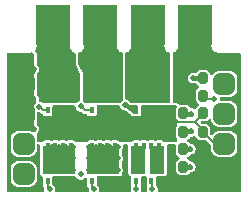
<source format=gbr>
%TF.GenerationSoftware,KiCad,Pcbnew,7.0.2-6a45011f42~172~ubuntu22.04.1*%
%TF.CreationDate,2023-05-29T23:07:21+12:00*%
%TF.ProjectId,THE_BRAWN-20A_POWER,5448455f-4252-4415-974e-2d3230415f50,v2.0*%
%TF.SameCoordinates,Original*%
%TF.FileFunction,Copper,L4,Bot*%
%TF.FilePolarity,Positive*%
%FSLAX46Y46*%
G04 Gerber Fmt 4.6, Leading zero omitted, Abs format (unit mm)*
G04 Created by KiCad (PCBNEW 7.0.2-6a45011f42~172~ubuntu22.04.1) date 2023-05-29 23:07:21*
%MOMM*%
%LPD*%
G01*
G04 APERTURE LIST*
G04 Aperture macros list*
%AMRoundRect*
0 Rectangle with rounded corners*
0 $1 Rounding radius*
0 $2 $3 $4 $5 $6 $7 $8 $9 X,Y pos of 4 corners*
0 Add a 4 corners polygon primitive as box body*
4,1,4,$2,$3,$4,$5,$6,$7,$8,$9,$2,$3,0*
0 Add four circle primitives for the rounded corners*
1,1,$1+$1,$2,$3*
1,1,$1+$1,$4,$5*
1,1,$1+$1,$6,$7*
1,1,$1+$1,$8,$9*
0 Add four rect primitives between the rounded corners*
20,1,$1+$1,$2,$3,$4,$5,0*
20,1,$1+$1,$4,$5,$6,$7,0*
20,1,$1+$1,$6,$7,$8,$9,0*
20,1,$1+$1,$8,$9,$2,$3,0*%
G04 Aperture macros list end*
%TA.AperFunction,ComponentPad*%
%ADD10RoundRect,0.450000X-0.450000X-0.450000X0.450000X-0.450000X0.450000X0.450000X-0.450000X0.450000X0*%
%TD*%
%TA.AperFunction,ComponentPad*%
%ADD11C,2.000000*%
%TD*%
%TA.AperFunction,ConnectorPad*%
%ADD12R,3.000000X3.500000*%
%TD*%
%TA.AperFunction,SMDPad,CuDef*%
%ADD13RoundRect,0.200000X0.200000X0.275000X-0.200000X0.275000X-0.200000X-0.275000X0.200000X-0.275000X0*%
%TD*%
%TA.AperFunction,SMDPad,CuDef*%
%ADD14RoundRect,0.200000X-0.200000X-0.275000X0.200000X-0.275000X0.200000X0.275000X-0.200000X0.275000X0*%
%TD*%
%TA.AperFunction,SMDPad,CuDef*%
%ADD15R,0.400000X0.600000*%
%TD*%
%TA.AperFunction,SMDPad,CuDef*%
%ADD16R,2.800000X2.350000*%
%TD*%
%TA.AperFunction,SMDPad,CuDef*%
%ADD17RoundRect,0.225000X-0.225000X-0.250000X0.225000X-0.250000X0.225000X0.250000X-0.225000X0.250000X0*%
%TD*%
%TA.AperFunction,SMDPad,CuDef*%
%ADD18R,1.300000X2.350000*%
%TD*%
%TA.AperFunction,ViaPad*%
%ADD19C,0.500000*%
%TD*%
%TA.AperFunction,Conductor*%
%ADD20C,0.200000*%
%TD*%
%TA.AperFunction,Conductor*%
%ADD21C,0.400000*%
%TD*%
G04 APERTURE END LIST*
D10*
%TO.P,J2,1,1*%
%TO.N,GND*%
X137000000Y-155500000D03*
%TO.P,J2,2,2*%
X137000000Y-158040000D03*
%TO.P,J2,3,3*%
%TO.N,/A_FET_N2*%
X137000000Y-160580000D03*
%TO.P,J2,4,4*%
%TO.N,/A_FET_N1*%
X137000000Y-163120000D03*
%TD*%
D11*
%TO.P,H4,1,1*%
%TO.N,/A_MOTOR-*%
X143500000Y-150500000D03*
D12*
X143500000Y-150500000D03*
%TD*%
D11*
%TO.P,H3,1,1*%
%TO.N,/A_MOTOR+*%
X139500000Y-150500000D03*
D12*
X139500000Y-150500000D03*
%TD*%
D11*
%TO.P,H2,1,1*%
%TO.N,GND*%
X151500000Y-150500000D03*
D12*
X151500000Y-150500000D03*
%TD*%
D10*
%TO.P,J1,1,1*%
%TO.N,/A_FET_N1_HS*%
X154000000Y-155500000D03*
%TO.P,J1,2,2*%
%TO.N,/A_FET_N2_HS*%
X154000000Y-158040000D03*
%TO.P,J1,3,3*%
%TO.N,VCC*%
X154000000Y-160580000D03*
%TO.P,J1,4,4*%
%TO.N,GND*%
X154000000Y-163120000D03*
%TD*%
D11*
%TO.P,H1,1,1*%
%TO.N,Net-(Q1-D)*%
X147500000Y-150500000D03*
D12*
X147500000Y-150500000D03*
%TD*%
D13*
%TO.P,R7,1*%
%TO.N,/A_FET_N1_HS*%
X152175000Y-155000000D03*
%TO.P,R7,2*%
%TO.N,GND*%
X150525000Y-155000000D03*
%TD*%
D14*
%TO.P,R12,1*%
%TO.N,/A_FET_N2*%
X150525000Y-162500000D03*
%TO.P,R12,2*%
%TO.N,GND*%
X152175000Y-162500000D03*
%TD*%
D13*
%TO.P,R5,1*%
%TO.N,VCC*%
X152175000Y-159550000D03*
%TO.P,R5,2*%
%TO.N,/A_FET_P1*%
X150525000Y-159550000D03*
%TD*%
%TO.P,R9,1*%
%TO.N,/A_FET_N2_HS*%
X152175000Y-156475000D03*
%TO.P,R9,2*%
%TO.N,GND*%
X150525000Y-156475000D03*
%TD*%
D14*
%TO.P,R6,1*%
%TO.N,/A_FET_N1*%
X150525000Y-161025000D03*
%TO.P,R6,2*%
%TO.N,GND*%
X152175000Y-161025000D03*
%TD*%
D15*
%TO.P,Q10,1,G*%
%TO.N,/A_FET_P2*%
X142775000Y-157725000D03*
%TO.P,Q10,2,S*%
%TO.N,VCC*%
X143425000Y-157725000D03*
X144075000Y-157725000D03*
X144725000Y-157725000D03*
D16*
%TO.P,Q10,3,D*%
%TO.N,/A_MOTOR-*%
X143750000Y-155900000D03*
D15*
X142775000Y-154775000D03*
X143425000Y-154775000D03*
X144075000Y-154775000D03*
X144725000Y-154775000D03*
%TD*%
%TO.P,Q8,1,G*%
%TO.N,/A_FET_P1*%
X139025000Y-157725000D03*
%TO.P,Q8,2,S*%
%TO.N,VCC*%
X139675000Y-157725000D03*
X140325000Y-157725000D03*
X140975000Y-157725000D03*
D16*
%TO.P,Q8,3,D*%
%TO.N,/A_MOTOR+*%
X140000000Y-155900000D03*
D15*
X139025000Y-154775000D03*
X139675000Y-154775000D03*
X140325000Y-154775000D03*
X140975000Y-154775000D03*
%TD*%
D13*
%TO.P,R11,1*%
%TO.N,VCC*%
X152175000Y-157950000D03*
%TO.P,R11,2*%
%TO.N,/A_FET_P2*%
X150525000Y-157950000D03*
%TD*%
D17*
%TO.P,C11,1*%
%TO.N,Net-(Q1-D)*%
X148725000Y-153500000D03*
%TO.P,C11,2*%
%TO.N,GND*%
X150275000Y-153500000D03*
%TD*%
D15*
%TO.P,Q9,1,G*%
%TO.N,/A_FET_N1*%
X139025000Y-163725000D03*
%TO.P,Q9,2,S*%
%TO.N,GND*%
X139675000Y-163725000D03*
X140325000Y-163725000D03*
X140975000Y-163725000D03*
D16*
%TO.P,Q9,3,D*%
%TO.N,/A_MOTOR+*%
X140000000Y-161900000D03*
D15*
X139025000Y-160775000D03*
X139675000Y-160775000D03*
X140325000Y-160775000D03*
X140975000Y-160775000D03*
%TD*%
%TO.P,Q1,1,G*%
%TO.N,GND*%
X146525000Y-157725000D03*
%TO.P,Q1,2,S*%
%TO.N,VCC*%
X147175000Y-157725000D03*
X147825000Y-157725000D03*
X148475000Y-157725000D03*
D16*
%TO.P,Q1,3,D*%
%TO.N,Net-(Q1-D)*%
X147500000Y-155900000D03*
D15*
X146525000Y-154775000D03*
X147175000Y-154775000D03*
X147825000Y-154775000D03*
X148475000Y-154775000D03*
%TD*%
%TO.P,Q11,1,G*%
%TO.N,/A_FET_N2*%
X142775000Y-163725000D03*
%TO.P,Q11,2,S*%
%TO.N,GND*%
X143425000Y-163725000D03*
X144075000Y-163725000D03*
X144725000Y-163725000D03*
D16*
%TO.P,Q11,3,D*%
%TO.N,/A_MOTOR-*%
X143750000Y-161900000D03*
D15*
X142775000Y-160775000D03*
X143425000Y-160775000D03*
X144075000Y-160775000D03*
X144725000Y-160775000D03*
%TD*%
D17*
%TO.P,C13,1*%
%TO.N,/A_MOTOR+*%
X140725000Y-153500000D03*
%TO.P,C13,2*%
%TO.N,/A_MOTOR-*%
X142275000Y-153500000D03*
%TD*%
D15*
%TO.P,Q4,1,G*%
%TO.N,/A_FET_N1_HS*%
X146525000Y-163725000D03*
%TO.P,Q4,2,S*%
%TO.N,GND*%
X147175000Y-163725000D03*
D18*
%TO.P,Q4,3,D*%
%TO.N,/A_FET_P1*%
X146725000Y-161900000D03*
D15*
X146525000Y-160775000D03*
X147175000Y-160775000D03*
%TO.P,Q4,4,G*%
%TO.N,/A_FET_N2_HS*%
X147825000Y-163725000D03*
%TO.P,Q4,5,S*%
%TO.N,GND*%
X148475000Y-163725000D03*
D18*
%TO.P,Q4,6,D*%
%TO.N,/A_FET_P2*%
X148275000Y-161900000D03*
D15*
X147825000Y-160775000D03*
X148475000Y-160775000D03*
%TD*%
D19*
%TO.N,/A_MOTOR+*%
X141200000Y-162800000D03*
X140300000Y-155300000D03*
X140600000Y-156800000D03*
X140600000Y-150500000D03*
X139400000Y-160800000D03*
X140300000Y-162300000D03*
X140000000Y-151850000D03*
X140000000Y-156800000D03*
X139400000Y-155800000D03*
X139100000Y-162300000D03*
X140600000Y-149150000D03*
X140000000Y-149150000D03*
X141200000Y-156800000D03*
X141200000Y-161800000D03*
X140000000Y-162800000D03*
X140600000Y-160800000D03*
X139400000Y-162800000D03*
X139700000Y-161300000D03*
X140600000Y-151850000D03*
X140000000Y-153500000D03*
X140000000Y-160800000D03*
X140600000Y-151250000D03*
X139700000Y-162300000D03*
X138800000Y-156800000D03*
X138400000Y-149150000D03*
X140000000Y-161800000D03*
X139000000Y-151850000D03*
X138400000Y-149750000D03*
X139400000Y-161800000D03*
X139000000Y-149150000D03*
X140600000Y-154800000D03*
X140300000Y-156300000D03*
X141200000Y-154800000D03*
X140000000Y-155800000D03*
X138400000Y-150500000D03*
X141200000Y-155800000D03*
X139100000Y-161300000D03*
X139700000Y-155300000D03*
X139100000Y-155300000D03*
X140600000Y-161800000D03*
X139400000Y-154800000D03*
X138400000Y-151250000D03*
X140300000Y-161300000D03*
X139700000Y-156300000D03*
X138400000Y-151850000D03*
X138800000Y-154800000D03*
X140600000Y-162800000D03*
X139100000Y-156300000D03*
X140900000Y-161300000D03*
X140600000Y-149750000D03*
X140600000Y-155800000D03*
X141200000Y-160800000D03*
X140900000Y-162300000D03*
X140900000Y-155300000D03*
X140000000Y-154800000D03*
X139400000Y-156800000D03*
X138800000Y-155800000D03*
X140900000Y-156300000D03*
%TO.N,/A_MOTOR-*%
X144950000Y-161800000D03*
X142400000Y-151850000D03*
X143150000Y-155800000D03*
X142400000Y-150500000D03*
X144650000Y-161300000D03*
X144350000Y-161800000D03*
X142400000Y-149750000D03*
X144350000Y-156800000D03*
X144600000Y-149750000D03*
X144950000Y-160800000D03*
X144050000Y-161300000D03*
X143000000Y-149150000D03*
X143150000Y-162800000D03*
X143150000Y-156800000D03*
X142850000Y-161300000D03*
X144050000Y-155300000D03*
X142550000Y-156800000D03*
X142400000Y-149150000D03*
X143750000Y-162800000D03*
X144000000Y-149150000D03*
X142400000Y-151250000D03*
X142550000Y-154800000D03*
X144350000Y-162800000D03*
X142550000Y-162800000D03*
X143450000Y-156300000D03*
X143750000Y-154800000D03*
X143450000Y-162300000D03*
X144050000Y-162300000D03*
X144350000Y-160800000D03*
X144000000Y-151850000D03*
X144950000Y-154800000D03*
X142850000Y-156300000D03*
X143150000Y-160800000D03*
X144650000Y-156300000D03*
X144650000Y-162300000D03*
X143000000Y-151850000D03*
X143450000Y-161300000D03*
X142550000Y-161800000D03*
X142550000Y-160800000D03*
X143750000Y-155800000D03*
X143450000Y-155300000D03*
X144950000Y-155800000D03*
X144350000Y-155800000D03*
X144950000Y-162800000D03*
X143000000Y-153500000D03*
X142850000Y-162300000D03*
X143150000Y-161800000D03*
X143750000Y-161800000D03*
X144600000Y-150500000D03*
X144600000Y-151250000D03*
X144050000Y-156300000D03*
X144650000Y-155300000D03*
X144600000Y-151850000D03*
X144950000Y-156800000D03*
X143750000Y-160800000D03*
X143750000Y-156800000D03*
X142550000Y-155800000D03*
X142850000Y-155300000D03*
X143150000Y-154800000D03*
X144600000Y-149150000D03*
X144350000Y-154800000D03*
%TO.N,VCC*%
X149475000Y-157700000D03*
%TO.N,GND*%
X137820230Y-161849775D03*
X152600000Y-150500000D03*
X135950000Y-153200000D03*
X154900000Y-159300000D03*
X136100000Y-161850000D03*
X152700000Y-164400000D03*
X151000000Y-151850000D03*
X145150000Y-164400000D03*
X152000000Y-149150000D03*
X136125000Y-159300000D03*
X153150000Y-161850000D03*
X152000000Y-164400000D03*
X141400000Y-164400000D03*
X150400000Y-149750000D03*
X138300000Y-164400000D03*
X150400000Y-149150000D03*
X152600000Y-149750000D03*
X139900000Y-164400000D03*
X152000000Y-151850000D03*
X140650000Y-164400000D03*
X142250000Y-164400000D03*
X154900000Y-161850000D03*
X145800000Y-164400000D03*
X155000000Y-153200000D03*
X155050000Y-164300000D03*
X154900000Y-156775000D03*
X152600000Y-151250000D03*
X137850000Y-154250000D03*
X149900000Y-164400000D03*
X148599503Y-164400000D03*
X153100000Y-154250000D03*
X150400000Y-151850000D03*
X150400000Y-150500000D03*
X152600000Y-149150000D03*
X136075000Y-156775000D03*
X151000000Y-149150000D03*
X137850000Y-159300000D03*
X151000000Y-153500000D03*
X150600000Y-164400000D03*
X152600000Y-151850000D03*
X147200498Y-164400000D03*
X153150000Y-159300000D03*
X145625000Y-157285000D03*
X150400000Y-151250000D03*
X151300000Y-164400000D03*
X149250000Y-164400000D03*
X136075000Y-154250000D03*
X143825000Y-164400000D03*
X135950000Y-164300000D03*
X144500000Y-164400000D03*
X154900000Y-154250000D03*
X137825000Y-156775000D03*
%TO.N,/A_FET_P1*%
X138336801Y-157439387D03*
X146725000Y-161700000D03*
X151200000Y-159500000D03*
%TO.N,/A_FET_N1*%
X151100000Y-161000000D03*
X139200000Y-164400000D03*
%TO.N,/A_FET_N1_HS*%
X151374500Y-155000000D03*
X146500000Y-164400000D03*
%TO.N,/A_FET_N2_HS*%
X147900001Y-164400000D03*
X153147731Y-156754538D03*
%TO.N,/A_FET_P2*%
X151200000Y-158000000D03*
X148275000Y-161700000D03*
X141850000Y-157400000D03*
%TO.N,/A_FET_N2*%
X141842774Y-163152480D03*
X142950000Y-164400000D03*
X151100000Y-162500000D03*
%TO.N,Net-(Q1-D)*%
X147850000Y-156300000D03*
X148750000Y-154800000D03*
X146950000Y-154800000D03*
X146350000Y-155800000D03*
X147950000Y-151850000D03*
X148450000Y-156300000D03*
X146650000Y-155300000D03*
X148550000Y-150500000D03*
X148550000Y-151850000D03*
X146950000Y-156800000D03*
X146350000Y-151250000D03*
X146950000Y-149150000D03*
X147550000Y-156800000D03*
X148550000Y-149750000D03*
X148150000Y-156800000D03*
X146350000Y-149150000D03*
X146350000Y-151850000D03*
X148450000Y-155300000D03*
X146350000Y-149750000D03*
X146950000Y-151850000D03*
X146350000Y-154800000D03*
X148750000Y-155800000D03*
X148150000Y-154800000D03*
X146350000Y-150500000D03*
X146650000Y-156300000D03*
X147250000Y-156300000D03*
X147850000Y-155300000D03*
X147250000Y-155300000D03*
X147550000Y-155800000D03*
X148750000Y-156800000D03*
X148550000Y-151250000D03*
X147950000Y-149150000D03*
X148150000Y-155800000D03*
X148550000Y-149150000D03*
X147550000Y-154800000D03*
X146350000Y-156800000D03*
X148000000Y-153500000D03*
X146950000Y-155800000D03*
%TD*%
D20*
%TO.N,/A_MOTOR+*%
X140000000Y-153500000D02*
X140500000Y-153500000D01*
%TO.N,/A_MOTOR-*%
X143000000Y-153500000D02*
X142500000Y-153500000D01*
%TO.N,VCC*%
X151500000Y-158750000D02*
X152175000Y-159425000D01*
X150092893Y-158750000D02*
X151500000Y-158750000D01*
X152175000Y-159377182D02*
X152175000Y-159500000D01*
X152175000Y-159550000D02*
X153205000Y-160580000D01*
X151500000Y-158750000D02*
X152175000Y-158075000D01*
X153205000Y-160580000D02*
X154000000Y-160580000D01*
X149475000Y-157700000D02*
X149475000Y-158132107D01*
X152175000Y-159425000D02*
X152175000Y-159550000D01*
D21*
X152175000Y-158025000D02*
X152175000Y-158000000D01*
D20*
X149475000Y-158132107D02*
X150092893Y-158750000D01*
X152175000Y-158075000D02*
X152175000Y-157950000D01*
%TO.N,GND*%
X151000000Y-153500000D02*
X150500000Y-153500000D01*
X147270000Y-164407500D02*
X147270000Y-163532500D01*
X145625000Y-157285000D02*
X146070000Y-157730000D01*
X146070000Y-157730000D02*
X146520000Y-157730000D01*
X147299500Y-164400500D02*
X147325000Y-164375000D01*
X147200498Y-164400500D02*
X147299500Y-164400500D01*
%TO.N,/A_FET_P1*%
X138627414Y-157730000D02*
X139010000Y-157730000D01*
X138336801Y-157439387D02*
X138627414Y-157730000D01*
D21*
X151200000Y-159500000D02*
X150700000Y-159500000D01*
D20*
X139025000Y-157725000D02*
X139000000Y-157750000D01*
D21*
%TO.N,/A_FET_N1*%
X151100000Y-161000000D02*
X150600000Y-161000000D01*
D20*
X139200000Y-164400000D02*
X139025000Y-164225000D01*
X139025000Y-164225000D02*
X139025000Y-163725000D01*
D21*
%TO.N,/A_FET_N1_HS*%
X151474500Y-155000000D02*
X151900000Y-155000000D01*
D20*
X146620000Y-164407500D02*
X146500000Y-164287500D01*
X146500000Y-164287500D02*
X146500000Y-163652500D01*
D21*
X151900000Y-155000000D02*
X152000000Y-155100000D01*
D20*
X146500000Y-163652500D02*
X146620000Y-163532500D01*
%TO.N,/A_FET_N2_HS*%
X147920000Y-164407500D02*
X147850000Y-164337500D01*
X147850000Y-163602500D02*
X147920000Y-163532500D01*
X147850000Y-164337500D02*
X147850000Y-163602500D01*
X152329538Y-156754538D02*
X152175000Y-156600000D01*
X153147731Y-156754538D02*
X152329538Y-156754538D01*
D21*
%TO.N,/A_FET_P2*%
X151200000Y-158000000D02*
X150700000Y-158000000D01*
D20*
X141850000Y-157400000D02*
X142175000Y-157725000D01*
X142175000Y-157725000D02*
X142775000Y-157725000D01*
D21*
%TO.N,/A_FET_N2*%
X151100000Y-162500000D02*
X150600000Y-162500000D01*
D20*
X142950000Y-164400500D02*
X142775000Y-164225500D01*
X142775000Y-164225500D02*
X142775000Y-163725000D01*
%TO.N,Net-(Q1-D)*%
X148000000Y-153500000D02*
X148500000Y-153500000D01*
%TD*%
%TA.AperFunction,Conductor*%
%TO.N,GND*%
G36*
X137740020Y-152831350D02*
G01*
X137796378Y-152872649D01*
X137797934Y-152875043D01*
X137838166Y-152928786D01*
X137838167Y-152928787D01*
X137838168Y-152928788D01*
X137858181Y-152948801D01*
X137891666Y-153010122D01*
X137894500Y-153036482D01*
X137894500Y-153807444D01*
X137894852Y-153810722D01*
X137894853Y-153810734D01*
X137898839Y-153847815D01*
X137898840Y-153847824D01*
X137899195Y-153851122D01*
X137899901Y-153854370D01*
X137899902Y-153854373D01*
X137910398Y-153902627D01*
X137910765Y-153904172D01*
X137912871Y-153912775D01*
X137955889Y-153993514D01*
X137965608Y-154004731D01*
X137980708Y-154026719D01*
X138046553Y-154102710D01*
X138065631Y-154132396D01*
X138080087Y-154164050D01*
X138090031Y-154197915D01*
X138094982Y-154232354D01*
X138094982Y-154267644D01*
X138090031Y-154302083D01*
X138080087Y-154335951D01*
X138065633Y-154367600D01*
X138046553Y-154397288D01*
X137981065Y-154472868D01*
X137984015Y-154469267D01*
X137975515Y-154479048D01*
X137974890Y-154479689D01*
X137974379Y-154480201D01*
X137973835Y-154480773D01*
X137973335Y-154481287D01*
X137967167Y-154487781D01*
X137922509Y-154567618D01*
X137902826Y-154634653D01*
X137902825Y-154634657D01*
X137894500Y-154692555D01*
X137894500Y-154973078D01*
X137894552Y-154975777D01*
X137894457Y-154976944D01*
X137894905Y-154988373D01*
X137895000Y-154993225D01*
X137895000Y-156007251D01*
X137894918Y-156011275D01*
X137894870Y-156012527D01*
X137894885Y-156012611D01*
X137894454Y-156023248D01*
X137894548Y-156024463D01*
X137894500Y-156026922D01*
X137894500Y-156351865D01*
X137894500Y-156358192D01*
X137894559Y-156360402D01*
X137895024Y-156372842D01*
X137895162Y-156375043D01*
X137896274Y-156390442D01*
X137914331Y-156461195D01*
X137943354Y-156524749D01*
X137974979Y-156573960D01*
X138021552Y-156627709D01*
X138040631Y-156657396D01*
X138055087Y-156689050D01*
X138065031Y-156722915D01*
X138069982Y-156757355D01*
X138069983Y-156792642D01*
X138066338Y-156817999D01*
X138066338Y-156876487D01*
X138076013Y-156943774D01*
X138076017Y-156943800D01*
X138076283Y-156945646D01*
X138076661Y-156947477D01*
X138076666Y-156947501D01*
X138081975Y-156973161D01*
X138076279Y-157042798D01*
X138047971Y-157079818D01*
X138050427Y-157081946D01*
X137953919Y-157193322D01*
X137900103Y-157311160D01*
X137882060Y-157436658D01*
X137881668Y-157439387D01*
X137883272Y-157450545D01*
X137900103Y-157567613D01*
X137961325Y-157701667D01*
X137957579Y-157703377D01*
X137973373Y-157737951D01*
X137963436Y-157807110D01*
X137958857Y-157816143D01*
X137923011Y-157880226D01*
X137923010Y-157880228D01*
X137923010Y-157880229D01*
X137903325Y-157947267D01*
X137895000Y-158005165D01*
X137895000Y-158005168D01*
X137895000Y-158547251D01*
X137894918Y-158551275D01*
X137894870Y-158552527D01*
X137894885Y-158552611D01*
X137894454Y-158563248D01*
X137894548Y-158564463D01*
X137894500Y-158566922D01*
X137894500Y-158857444D01*
X137894852Y-158860722D01*
X137894853Y-158860734D01*
X137898839Y-158897815D01*
X137898840Y-158897824D01*
X137899195Y-158901122D01*
X137899901Y-158904370D01*
X137899902Y-158904373D01*
X137910398Y-158952627D01*
X137910765Y-158954172D01*
X137912871Y-158962775D01*
X137955889Y-159043514D01*
X137965608Y-159054731D01*
X137980708Y-159076719D01*
X138046553Y-159152710D01*
X138065631Y-159182396D01*
X138080087Y-159214050D01*
X138090031Y-159247915D01*
X138094982Y-159282354D01*
X138094982Y-159317644D01*
X138090031Y-159352083D01*
X138080087Y-159385951D01*
X138065633Y-159417600D01*
X138046553Y-159447288D01*
X137981065Y-159522868D01*
X137984015Y-159519267D01*
X137975515Y-159529048D01*
X137974890Y-159529689D01*
X137974379Y-159530201D01*
X137973835Y-159530773D01*
X137973335Y-159531287D01*
X137956427Y-159549093D01*
X137955104Y-159547836D01*
X137919440Y-159582775D01*
X137851018Y-159596926D01*
X137798013Y-159580071D01*
X137710398Y-159528256D01*
X137710397Y-159528255D01*
X137710396Y-159528255D01*
X137552572Y-159482402D01*
X137518128Y-159479691D01*
X137518114Y-159479690D01*
X137515694Y-159479500D01*
X136484306Y-159479500D01*
X136481886Y-159479690D01*
X136481871Y-159479691D01*
X136447427Y-159482402D01*
X136289602Y-159528255D01*
X136148134Y-159611919D01*
X136031919Y-159728134D01*
X135948255Y-159869602D01*
X135902402Y-160027427D01*
X135899691Y-160061871D01*
X135899690Y-160061886D01*
X135899500Y-160064306D01*
X135899500Y-161095694D01*
X135899690Y-161098114D01*
X135899691Y-161098128D01*
X135902402Y-161132572D01*
X135948255Y-161290397D01*
X135948256Y-161290398D01*
X136031919Y-161431865D01*
X136148135Y-161548081D01*
X136283354Y-161628049D01*
X136289602Y-161631744D01*
X136447427Y-161677597D01*
X136447431Y-161677598D01*
X136484306Y-161680500D01*
X136486751Y-161680500D01*
X137513249Y-161680500D01*
X137515694Y-161680500D01*
X137552569Y-161677598D01*
X137710398Y-161631744D01*
X137851865Y-161548081D01*
X137968081Y-161431865D01*
X138051744Y-161290398D01*
X138097598Y-161132569D01*
X138100500Y-161095694D01*
X138100500Y-160729508D01*
X138120185Y-160662470D01*
X138172989Y-160616715D01*
X138224505Y-160605510D01*
X138275513Y-160605514D01*
X138342548Y-160625203D01*
X138388298Y-160678010D01*
X138399500Y-160729513D01*
X138399500Y-163094748D01*
X138411132Y-163153230D01*
X138455447Y-163219552D01*
X138474999Y-163232616D01*
X138521769Y-163263867D01*
X138526025Y-163264713D01*
X138587934Y-163297096D01*
X138622510Y-163357811D01*
X138623140Y-163393039D01*
X138624500Y-163393039D01*
X138624500Y-163405251D01*
X138624500Y-163405252D01*
X138624500Y-164044748D01*
X138636133Y-164103231D01*
X138664693Y-164145974D01*
X138694151Y-164190059D01*
X138693278Y-164190642D01*
X138714395Y-164215911D01*
X138722586Y-164242609D01*
X138724201Y-164251247D01*
X138726181Y-164268307D01*
X138727415Y-164294992D01*
X138730214Y-164301332D01*
X138738665Y-164328623D01*
X138744198Y-164358213D01*
X138739552Y-164359081D01*
X138746261Y-164384836D01*
X138745059Y-164398661D01*
X138744866Y-164399997D01*
X138760374Y-164507853D01*
X138750430Y-164577012D01*
X138704675Y-164629816D01*
X138637636Y-164649500D01*
X135724500Y-164649500D01*
X135657461Y-164629815D01*
X135611706Y-164577011D01*
X135600500Y-164525500D01*
X135600500Y-163635694D01*
X135899500Y-163635694D01*
X135899690Y-163638114D01*
X135899691Y-163638128D01*
X135902402Y-163672572D01*
X135948255Y-163830397D01*
X135948256Y-163830398D01*
X136031919Y-163971865D01*
X136148135Y-164088081D01*
X136259492Y-164153937D01*
X136289602Y-164171744D01*
X136447427Y-164217597D01*
X136447431Y-164217598D01*
X136484306Y-164220500D01*
X136486751Y-164220500D01*
X137513249Y-164220500D01*
X137515694Y-164220500D01*
X137552569Y-164217598D01*
X137710398Y-164171744D01*
X137851865Y-164088081D01*
X137968081Y-163971865D01*
X138051744Y-163830398D01*
X138097598Y-163672569D01*
X138100500Y-163635694D01*
X138100500Y-162604306D01*
X138097598Y-162567431D01*
X138051744Y-162409602D01*
X137968081Y-162268135D01*
X137851865Y-162151919D01*
X137763562Y-162099697D01*
X137710397Y-162068255D01*
X137552572Y-162022402D01*
X137518128Y-162019691D01*
X137518114Y-162019690D01*
X137515694Y-162019500D01*
X136484306Y-162019500D01*
X136481886Y-162019690D01*
X136481871Y-162019691D01*
X136447427Y-162022402D01*
X136289602Y-162068255D01*
X136148134Y-162151919D01*
X136031919Y-162268134D01*
X135948255Y-162409602D01*
X135902402Y-162567427D01*
X135899691Y-162601871D01*
X135899690Y-162601886D01*
X135899500Y-162604306D01*
X135899500Y-163635694D01*
X135600500Y-163635694D01*
X135600500Y-152974500D01*
X135620185Y-152907461D01*
X135672989Y-152861706D01*
X135724500Y-152850500D01*
X137567659Y-152850500D01*
X137567660Y-152850500D01*
X137670284Y-152827077D01*
X137740020Y-152831350D01*
G37*
%TD.AperFunction*%
%TA.AperFunction,Conductor*%
G36*
X141391049Y-163295185D02*
G01*
X141436804Y-163347988D01*
X141459892Y-163398544D01*
X141544724Y-163496446D01*
X141544725Y-163496447D01*
X141573414Y-163514884D01*
X141653705Y-163566485D01*
X141778001Y-163602980D01*
X141778002Y-163602980D01*
X141907547Y-163602980D01*
X142031842Y-163566485D01*
X142070601Y-163541576D01*
X142140823Y-163496447D01*
X142156786Y-163478023D01*
X142215564Y-163440248D01*
X142285433Y-163440247D01*
X142344212Y-163478021D01*
X142373238Y-163541576D01*
X142374500Y-163559225D01*
X142374500Y-164044748D01*
X142386132Y-164103230D01*
X142444151Y-164190060D01*
X142443249Y-164190662D01*
X142464286Y-164215833D01*
X142472482Y-164242548D01*
X142474203Y-164251757D01*
X142476181Y-164268807D01*
X142477415Y-164295493D01*
X142480213Y-164301830D01*
X142488667Y-164329129D01*
X142494165Y-164358540D01*
X142495015Y-164398964D01*
X142494866Y-164399996D01*
X142510374Y-164507853D01*
X142500430Y-164577011D01*
X142454675Y-164629815D01*
X142387636Y-164649500D01*
X139762364Y-164649500D01*
X139695325Y-164629815D01*
X139649570Y-164577011D01*
X139639626Y-164507853D01*
X139655133Y-164400000D01*
X139636697Y-164271774D01*
X139631417Y-164260213D01*
X139582881Y-164153935D01*
X139498049Y-164056033D01*
X139482458Y-164046013D01*
X139436705Y-163993208D01*
X139425500Y-163941699D01*
X139425500Y-163399500D01*
X139445185Y-163332461D01*
X139497989Y-163286706D01*
X139549500Y-163275500D01*
X141324010Y-163275500D01*
X141391049Y-163295185D01*
G37*
%TD.AperFunction*%
%TA.AperFunction,Conductor*%
G36*
X145750511Y-160606142D02*
G01*
X145817549Y-160625832D01*
X145863299Y-160678640D01*
X145874500Y-160730142D01*
X145874500Y-163094748D01*
X145886132Y-163153230D01*
X145930447Y-163219552D01*
X145949999Y-163232616D01*
X145996769Y-163263867D01*
X146006607Y-163265824D01*
X146025073Y-163269497D01*
X146086984Y-163301882D01*
X146121558Y-163362597D01*
X146122108Y-163393039D01*
X146124500Y-163393039D01*
X146124500Y-164044748D01*
X146129577Y-164070274D01*
X146123348Y-164139865D01*
X146120753Y-164145974D01*
X146063303Y-164271771D01*
X146044867Y-164399999D01*
X146060374Y-164507853D01*
X146050430Y-164577012D01*
X146004675Y-164629816D01*
X145937636Y-164649500D01*
X143512364Y-164649500D01*
X143445325Y-164629815D01*
X143399570Y-164577011D01*
X143389626Y-164507853D01*
X143405133Y-164400000D01*
X143386697Y-164271774D01*
X143381417Y-164260213D01*
X143332881Y-164153935D01*
X143248049Y-164056033D01*
X143232458Y-164046013D01*
X143186705Y-163993208D01*
X143175500Y-163941699D01*
X143175500Y-163399500D01*
X143195185Y-163332461D01*
X143247989Y-163286706D01*
X143299500Y-163275500D01*
X145169749Y-163275500D01*
X145199927Y-163269497D01*
X145228231Y-163263867D01*
X145294552Y-163219552D01*
X145338867Y-163153231D01*
X145350500Y-163094748D01*
X145350500Y-163034459D01*
X145361705Y-162982949D01*
X145386697Y-162928226D01*
X145405133Y-162800000D01*
X145386697Y-162671774D01*
X145384492Y-162666946D01*
X145361706Y-162617051D01*
X145350500Y-162565539D01*
X145350500Y-162034459D01*
X145361705Y-161982949D01*
X145386697Y-161928226D01*
X145405133Y-161800000D01*
X145389014Y-161687891D01*
X145386697Y-161671773D01*
X145361706Y-161617051D01*
X145350500Y-161565539D01*
X145350500Y-161034459D01*
X145361705Y-160982949D01*
X145386697Y-160928226D01*
X145405133Y-160800000D01*
X145397623Y-160747767D01*
X145407567Y-160678611D01*
X145453321Y-160625807D01*
X145520358Y-160606122D01*
X145750511Y-160606142D01*
G37*
%TD.AperFunction*%
%TA.AperFunction,Conductor*%
G36*
X147367539Y-163295185D02*
G01*
X147413294Y-163347989D01*
X147424500Y-163399500D01*
X147424500Y-164044748D01*
X147436133Y-164103231D01*
X147459574Y-164138313D01*
X147480452Y-164204991D01*
X147469268Y-164258713D01*
X147463303Y-164271773D01*
X147444868Y-164399999D01*
X147460375Y-164507853D01*
X147450431Y-164577012D01*
X147404676Y-164629816D01*
X147337637Y-164649500D01*
X147062364Y-164649500D01*
X146995325Y-164629815D01*
X146949570Y-164577011D01*
X146939626Y-164507853D01*
X146955133Y-164400000D01*
X146936697Y-164271774D01*
X146931417Y-164260213D01*
X146910434Y-164214266D01*
X146900490Y-164145108D01*
X146910984Y-164117722D01*
X146916881Y-164088081D01*
X146922644Y-164059107D01*
X146925500Y-164044750D01*
X146925500Y-163399500D01*
X146945185Y-163332461D01*
X146997989Y-163286706D01*
X147049500Y-163275500D01*
X147300500Y-163275500D01*
X147367539Y-163295185D01*
G37*
%TD.AperFunction*%
%TA.AperFunction,Conductor*%
G36*
X152842539Y-148870185D02*
G01*
X152888294Y-148922989D01*
X152899500Y-148974500D01*
X152899500Y-152317660D01*
X152929610Y-152449587D01*
X152988324Y-152571505D01*
X152988325Y-152571507D01*
X153072695Y-152677305D01*
X153178493Y-152761675D01*
X153300411Y-152820388D01*
X153300412Y-152820389D01*
X153432339Y-152850500D01*
X153432340Y-152850500D01*
X153484083Y-152850500D01*
X155275500Y-152850500D01*
X155342539Y-152870185D01*
X155388294Y-152922989D01*
X155399500Y-152974500D01*
X155399500Y-164525500D01*
X155379815Y-164592539D01*
X155327011Y-164638294D01*
X155275500Y-164649500D01*
X148462365Y-164649500D01*
X148395326Y-164629815D01*
X148349571Y-164577011D01*
X148339627Y-164507853D01*
X148355134Y-164400000D01*
X148336698Y-164271774D01*
X148331418Y-164260213D01*
X148302977Y-164197936D01*
X148282883Y-164153937D01*
X148255784Y-164122663D01*
X148226762Y-164059107D01*
X148225500Y-164041463D01*
X148225500Y-163399500D01*
X148245185Y-163332461D01*
X148297989Y-163286706D01*
X148349500Y-163275500D01*
X148944749Y-163275500D01*
X148974927Y-163269497D01*
X149003231Y-163263867D01*
X149069552Y-163219552D01*
X149113867Y-163153231D01*
X149125500Y-163094748D01*
X149125500Y-160730435D01*
X149145185Y-160663396D01*
X149197989Y-160617641D01*
X149249507Y-160606435D01*
X149800513Y-160606482D01*
X149867548Y-160626172D01*
X149913299Y-160678980D01*
X149924500Y-160730482D01*
X149924500Y-161331514D01*
X149929686Y-161364260D01*
X149939354Y-161425304D01*
X149939354Y-161425305D01*
X149939355Y-161425306D01*
X149996949Y-161538342D01*
X150086656Y-161628049D01*
X150133691Y-161652015D01*
X150184487Y-161699990D01*
X150201282Y-161767811D01*
X150178744Y-161833946D01*
X150133691Y-161872985D01*
X150086656Y-161896950D01*
X149996950Y-161986656D01*
X149939353Y-162099697D01*
X149924500Y-162193478D01*
X149924500Y-162806514D01*
X149924501Y-162806518D01*
X149939354Y-162900304D01*
X149939354Y-162900305D01*
X149939355Y-162900306D01*
X149996949Y-163013342D01*
X150086656Y-163103049D01*
X150086658Y-163103050D01*
X150199696Y-163160646D01*
X150293481Y-163175500D01*
X150756518Y-163175499D01*
X150850304Y-163160646D01*
X150963342Y-163103050D01*
X151053050Y-163013342D01*
X151053051Y-163013339D01*
X151066936Y-162999455D01*
X151067627Y-163000146D01*
X151098551Y-162967407D01*
X151161057Y-162950500D01*
X151164773Y-162950500D01*
X151289068Y-162914005D01*
X151317758Y-162895566D01*
X151398049Y-162843967D01*
X151482882Y-162746063D01*
X151536697Y-162628226D01*
X151555133Y-162500000D01*
X151536697Y-162371774D01*
X151482882Y-162253937D01*
X151482881Y-162253936D01*
X151482881Y-162253935D01*
X151398049Y-162156033D01*
X151289068Y-162085994D01*
X151164773Y-162049500D01*
X151164772Y-162049500D01*
X151161057Y-162049500D01*
X151094018Y-162029815D01*
X151067250Y-162000230D01*
X151066936Y-162000545D01*
X151053051Y-161986660D01*
X151053050Y-161986658D01*
X150963342Y-161896950D01*
X150963339Y-161896948D01*
X150916307Y-161872983D01*
X150865512Y-161825008D01*
X150848717Y-161757187D01*
X150871255Y-161691053D01*
X150916306Y-161652015D01*
X150963342Y-161628050D01*
X151053050Y-161538342D01*
X151063310Y-161518204D01*
X151111286Y-161467409D01*
X151148222Y-161457417D01*
X151147666Y-161455523D01*
X151289068Y-161414005D01*
X151317758Y-161395566D01*
X151398049Y-161343967D01*
X151482882Y-161246063D01*
X151536697Y-161128226D01*
X151555133Y-161000000D01*
X151536697Y-160871774D01*
X151482882Y-160753937D01*
X151482881Y-160753936D01*
X151482881Y-160753935D01*
X151398049Y-160656033D01*
X151289068Y-160585994D01*
X151164773Y-160549500D01*
X151164772Y-160549500D01*
X151142254Y-160549500D01*
X151075215Y-160529815D01*
X151054572Y-160513181D01*
X151053051Y-160511660D01*
X151053050Y-160511658D01*
X150963342Y-160421950D01*
X150963339Y-160421948D01*
X150916307Y-160397983D01*
X150865512Y-160350008D01*
X150848717Y-160282187D01*
X150871255Y-160216053D01*
X150916306Y-160177015D01*
X150963342Y-160153050D01*
X151053050Y-160063342D01*
X151076049Y-160018205D01*
X151124024Y-159967409D01*
X151186534Y-159950500D01*
X151264773Y-159950500D01*
X151389068Y-159914005D01*
X151410712Y-159900095D01*
X151477751Y-159880409D01*
X151544790Y-159900092D01*
X151588238Y-159948114D01*
X151646950Y-160063343D01*
X151736656Y-160153049D01*
X151736658Y-160153050D01*
X151849696Y-160210646D01*
X151943481Y-160225500D01*
X152374166Y-160225499D01*
X152441205Y-160245183D01*
X152461847Y-160261818D01*
X152863181Y-160663152D01*
X152896666Y-160724475D01*
X152899500Y-160750833D01*
X152899500Y-161095694D01*
X152899690Y-161098114D01*
X152899691Y-161098128D01*
X152902402Y-161132572D01*
X152948255Y-161290397D01*
X152948256Y-161290398D01*
X153031919Y-161431865D01*
X153148135Y-161548081D01*
X153283354Y-161628049D01*
X153289602Y-161631744D01*
X153447427Y-161677597D01*
X153447431Y-161677598D01*
X153484306Y-161680500D01*
X153486751Y-161680500D01*
X154513249Y-161680500D01*
X154515694Y-161680500D01*
X154552569Y-161677598D01*
X154710398Y-161631744D01*
X154851865Y-161548081D01*
X154968081Y-161431865D01*
X155051744Y-161290398D01*
X155097598Y-161132569D01*
X155100500Y-161095694D01*
X155100500Y-160064306D01*
X155097598Y-160027431D01*
X155051744Y-159869602D01*
X154968081Y-159728135D01*
X154851865Y-159611919D01*
X154745632Y-159549093D01*
X154710397Y-159528255D01*
X154552572Y-159482402D01*
X154518128Y-159479691D01*
X154518114Y-159479690D01*
X154515694Y-159479500D01*
X153484306Y-159479500D01*
X153481886Y-159479690D01*
X153481871Y-159479691D01*
X153447427Y-159482402D01*
X153289602Y-159528255D01*
X153148134Y-159611919D01*
X153031917Y-159728136D01*
X153018969Y-159750030D01*
X152967899Y-159797712D01*
X152899157Y-159810214D01*
X152834568Y-159783566D01*
X152824558Y-159774587D01*
X152811818Y-159761847D01*
X152778333Y-159700524D01*
X152775499Y-159674166D01*
X152775499Y-159243485D01*
X152770837Y-159214047D01*
X152760646Y-159149696D01*
X152710103Y-159050500D01*
X152703050Y-159036657D01*
X152613343Y-158946950D01*
X152500302Y-158889353D01*
X152406521Y-158874500D01*
X152406519Y-158874500D01*
X152100833Y-158874500D01*
X152033794Y-158854815D01*
X152013152Y-158838181D01*
X152012652Y-158837681D01*
X151979167Y-158776358D01*
X151984151Y-158706666D01*
X152012652Y-158662319D01*
X152013153Y-158661818D01*
X152074476Y-158628333D01*
X152100834Y-158625499D01*
X152406514Y-158625499D01*
X152406518Y-158625499D01*
X152500304Y-158610646D01*
X152613342Y-158553050D01*
X152688234Y-158478157D01*
X152749555Y-158444674D01*
X152819247Y-158449658D01*
X152875181Y-158491529D01*
X152899532Y-158556109D01*
X152902402Y-158592571D01*
X152948255Y-158750397D01*
X153013508Y-158860734D01*
X153031919Y-158891865D01*
X153148135Y-159008081D01*
X153264196Y-159076719D01*
X153289602Y-159091744D01*
X153447427Y-159137597D01*
X153447431Y-159137598D01*
X153484306Y-159140500D01*
X153486751Y-159140500D01*
X154513249Y-159140500D01*
X154515694Y-159140500D01*
X154552569Y-159137598D01*
X154710398Y-159091744D01*
X154851865Y-159008081D01*
X154968081Y-158891865D01*
X155051744Y-158750398D01*
X155097598Y-158592569D01*
X155100500Y-158555694D01*
X155100500Y-157524306D01*
X155097598Y-157487431D01*
X155086447Y-157449051D01*
X155051744Y-157329602D01*
X155013786Y-157265419D01*
X154968081Y-157188135D01*
X154851865Y-157071919D01*
X154847154Y-157069133D01*
X154710397Y-156988255D01*
X154552572Y-156942402D01*
X154518128Y-156939691D01*
X154518114Y-156939690D01*
X154515694Y-156939500D01*
X154513249Y-156939500D01*
X153719374Y-156939500D01*
X153652335Y-156919815D01*
X153606580Y-156867011D01*
X153596636Y-156797853D01*
X153602864Y-156754538D01*
X153601082Y-156742145D01*
X153611025Y-156672989D01*
X153656780Y-156620185D01*
X153723819Y-156600500D01*
X154513249Y-156600500D01*
X154515694Y-156600500D01*
X154552569Y-156597598D01*
X154710398Y-156551744D01*
X154851865Y-156468081D01*
X154968081Y-156351865D01*
X155051744Y-156210398D01*
X155097598Y-156052569D01*
X155100500Y-156015694D01*
X155100500Y-154984306D01*
X155097598Y-154947431D01*
X155051744Y-154789602D01*
X154968081Y-154648135D01*
X154851865Y-154531919D01*
X154802460Y-154502701D01*
X154710397Y-154448255D01*
X154552572Y-154402402D01*
X154518128Y-154399691D01*
X154518114Y-154399690D01*
X154515694Y-154399500D01*
X153484306Y-154399500D01*
X153481886Y-154399690D01*
X153481871Y-154399691D01*
X153447427Y-154402402D01*
X153289602Y-154448255D01*
X153148134Y-154531919D01*
X153031920Y-154648133D01*
X152999326Y-154703247D01*
X152948256Y-154750930D01*
X152879514Y-154763433D01*
X152814925Y-154736787D01*
X152774995Y-154679451D01*
X152770122Y-154659530D01*
X152760646Y-154599696D01*
X152726112Y-154531919D01*
X152703050Y-154486657D01*
X152613343Y-154396950D01*
X152500302Y-154339353D01*
X152406521Y-154324500D01*
X151943485Y-154324500D01*
X151896588Y-154331927D01*
X151849696Y-154339354D01*
X151849694Y-154339354D01*
X151849693Y-154339355D01*
X151736657Y-154396949D01*
X151646948Y-154486658D01*
X151638774Y-154502701D01*
X151590799Y-154553495D01*
X151522977Y-154570289D01*
X151493357Y-154565380D01*
X151439273Y-154549500D01*
X151439272Y-154549500D01*
X151309728Y-154549500D01*
X151309727Y-154549500D01*
X151185431Y-154585994D01*
X151076450Y-154656033D01*
X150991618Y-154753935D01*
X150937802Y-154871773D01*
X150919367Y-155000000D01*
X150937802Y-155128226D01*
X150991618Y-155246064D01*
X151076450Y-155343966D01*
X151076451Y-155343967D01*
X151105140Y-155362404D01*
X151185431Y-155414005D01*
X151309727Y-155450500D01*
X151309728Y-155450500D01*
X151439270Y-155450500D01*
X151439272Y-155450500D01*
X151493359Y-155434619D01*
X151563225Y-155434619D01*
X151622003Y-155472393D01*
X151638775Y-155497300D01*
X151646949Y-155513342D01*
X151736656Y-155603049D01*
X151783691Y-155627015D01*
X151834487Y-155674990D01*
X151851282Y-155742811D01*
X151828744Y-155808946D01*
X151783691Y-155847985D01*
X151736656Y-155871950D01*
X151646950Y-155961656D01*
X151589353Y-156074697D01*
X151574500Y-156168478D01*
X151574500Y-156781514D01*
X151577088Y-156797853D01*
X151589354Y-156875304D01*
X151589354Y-156875305D01*
X151589355Y-156875306D01*
X151646949Y-156988342D01*
X151736656Y-157078049D01*
X151783691Y-157102015D01*
X151834487Y-157149990D01*
X151851282Y-157217811D01*
X151828744Y-157283946D01*
X151783691Y-157322985D01*
X151736656Y-157346950D01*
X151646950Y-157436656D01*
X151588238Y-157551885D01*
X151540263Y-157602681D01*
X151472442Y-157619476D01*
X151410714Y-157599905D01*
X151389070Y-157585995D01*
X151264773Y-157549500D01*
X151264772Y-157549500D01*
X151186534Y-157549500D01*
X151119495Y-157529815D01*
X151076049Y-157481795D01*
X151053049Y-157436656D01*
X150963343Y-157346950D01*
X150850302Y-157289353D01*
X150756521Y-157274500D01*
X150293481Y-157274500D01*
X150247665Y-157281756D01*
X150178372Y-157272799D01*
X150134558Y-157240485D01*
X150127935Y-157232842D01*
X150086576Y-157185111D01*
X150068985Y-157167157D01*
X149989168Y-157122510D01*
X149989167Y-157122509D01*
X149989166Y-157122509D01*
X149922132Y-157102826D01*
X149922129Y-157102825D01*
X149864231Y-157094500D01*
X149864227Y-157094500D01*
X149729500Y-157094500D01*
X149662461Y-157074815D01*
X149616706Y-157022011D01*
X149605500Y-156970500D01*
X149605500Y-152942005D01*
X149605524Y-152943877D01*
X149623468Y-152876413D01*
X149675082Y-152829320D01*
X149697370Y-152821456D01*
X149699583Y-152820390D01*
X149699588Y-152820389D01*
X149821507Y-152761675D01*
X149927305Y-152677305D01*
X150011675Y-152571507D01*
X150070389Y-152449588D01*
X150100500Y-152317660D01*
X150100500Y-152250000D01*
X150100500Y-152223071D01*
X150100500Y-148974500D01*
X150120185Y-148907461D01*
X150172989Y-148861706D01*
X150224500Y-148850500D01*
X152775500Y-148850500D01*
X152842539Y-148870185D01*
G37*
%TD.AperFunction*%
%TA.AperFunction,Conductor*%
G36*
X145625783Y-157029886D02*
G01*
X145631170Y-157031467D01*
X145631173Y-157031469D01*
X145710717Y-157054823D01*
X145742822Y-157069485D01*
X145758899Y-157079818D01*
X145772093Y-157088297D01*
X145798766Y-157111410D01*
X145847070Y-157167156D01*
X145864250Y-157186983D01*
X145866808Y-157189340D01*
X145866812Y-157189344D01*
X145882345Y-157203656D01*
X145891601Y-157213198D01*
X145890588Y-157212064D01*
X145891858Y-157213442D01*
X145893111Y-157214888D01*
X145910704Y-157232843D01*
X145990521Y-157277490D01*
X146057560Y-157297175D01*
X146115458Y-157305500D01*
X146596000Y-157305500D01*
X146663039Y-157325185D01*
X146708794Y-157377989D01*
X146720000Y-157429500D01*
X146720000Y-157896000D01*
X146700315Y-157963039D01*
X146647511Y-158008794D01*
X146596000Y-158020000D01*
X146393659Y-158020000D01*
X146326620Y-158000315D01*
X146293750Y-157969445D01*
X146285232Y-157957858D01*
X146284403Y-157956730D01*
X146270459Y-157939443D01*
X146212043Y-157889798D01*
X146212044Y-157889798D01*
X146212041Y-157889796D01*
X146151298Y-157855276D01*
X146097034Y-157833980D01*
X146096848Y-157833907D01*
X146096249Y-157833766D01*
X146094475Y-157833455D01*
X146094464Y-157833453D01*
X146074627Y-157829978D01*
X146074605Y-157829974D01*
X146072865Y-157829670D01*
X146071108Y-157829466D01*
X146070091Y-157829318D01*
X146049485Y-157824477D01*
X146048640Y-157824215D01*
X146048261Y-157824091D01*
X146002199Y-157796816D01*
X145998765Y-157793611D01*
X145998633Y-157793487D01*
X145986065Y-157782033D01*
X145976518Y-157773329D01*
X145965626Y-157762051D01*
X145955479Y-157750115D01*
X145955475Y-157750111D01*
X145953860Y-157748211D01*
X145832158Y-157626509D01*
X145830925Y-157625401D01*
X145830914Y-157625391D01*
X145817021Y-157612912D01*
X145815791Y-157611807D01*
X145795149Y-157595173D01*
X145795148Y-157595172D01*
X145795145Y-157595170D01*
X145724106Y-157558010D01*
X145684736Y-157546450D01*
X145657065Y-157538325D01*
X145599167Y-157530000D01*
X145599164Y-157530000D01*
X145590387Y-157528738D01*
X145590557Y-157527549D01*
X145572668Y-157524977D01*
X145539279Y-157515173D01*
X145507172Y-157500510D01*
X145486815Y-157487427D01*
X145477903Y-157481699D01*
X145451234Y-157458590D01*
X145444263Y-157450545D01*
X145428447Y-157432292D01*
X145409367Y-157402603D01*
X145387907Y-157355612D01*
X145381724Y-157339035D01*
X145370791Y-157301800D01*
X145373315Y-157301058D01*
X145362542Y-157251530D01*
X145386960Y-157186067D01*
X145392499Y-157179193D01*
X145459752Y-157101577D01*
X145475651Y-157086235D01*
X145488354Y-157075999D01*
X145503167Y-157061185D01*
X145564488Y-157027699D01*
X145625783Y-157029886D01*
G37*
%TD.AperFunction*%
%TD*%
%TA.AperFunction,Conductor*%
%TO.N,Net-(Q1-D)*%
G36*
X148842539Y-148870185D02*
G01*
X148888294Y-148922989D01*
X148899500Y-148974500D01*
X148899500Y-152317660D01*
X148929610Y-152449587D01*
X148988324Y-152571505D01*
X148988325Y-152571507D01*
X149072695Y-152677305D01*
X149178493Y-152761675D01*
X149300412Y-152820389D01*
X149303590Y-152821114D01*
X149364567Y-152855219D01*
X149397428Y-152916879D01*
X149400000Y-152942005D01*
X149400000Y-156970500D01*
X149380315Y-157037539D01*
X149327511Y-157083294D01*
X149276000Y-157094500D01*
X147049500Y-157094500D01*
X147046203Y-157094854D01*
X147046193Y-157094855D01*
X147005816Y-157099197D01*
X147011530Y-157098428D01*
X146991992Y-157100000D01*
X146115458Y-157100000D01*
X146048419Y-157080315D01*
X146022231Y-157050092D01*
X146019557Y-157052410D01*
X145923049Y-156941033D01*
X145814068Y-156870994D01*
X145689066Y-156834292D01*
X145630288Y-156796518D01*
X145601262Y-156732963D01*
X145600000Y-156715315D01*
X145600000Y-152942005D01*
X145619685Y-152874966D01*
X145672489Y-152829211D01*
X145696403Y-152821115D01*
X145699588Y-152820389D01*
X145821507Y-152761675D01*
X145927305Y-152677305D01*
X146011675Y-152571507D01*
X146070389Y-152449588D01*
X146100500Y-152317660D01*
X146100500Y-152250000D01*
X146100500Y-152223071D01*
X146100500Y-148974499D01*
X146120185Y-148907461D01*
X146172989Y-148861706D01*
X146224500Y-148850500D01*
X148775500Y-148850500D01*
X148842539Y-148870185D01*
G37*
%TD.AperFunction*%
%TD*%
%TA.AperFunction,Conductor*%
%TO.N,/A_MOTOR-*%
G36*
X144842539Y-148870185D02*
G01*
X144888294Y-148922989D01*
X144899500Y-148974500D01*
X144899500Y-152317660D01*
X144929610Y-152449587D01*
X144978560Y-152551231D01*
X144988325Y-152571507D01*
X145072695Y-152677305D01*
X145178493Y-152761675D01*
X145300412Y-152820389D01*
X145300414Y-152820389D01*
X145313001Y-152826451D01*
X145312337Y-152827827D01*
X145359068Y-152853965D01*
X145391928Y-152915625D01*
X145394500Y-152940750D01*
X145394500Y-156715315D01*
X145394559Y-156717522D01*
X145395023Y-156729973D01*
X145395161Y-156732183D01*
X145396358Y-156748767D01*
X145400000Y-156777752D01*
X145400000Y-156826378D01*
X145380315Y-156893417D01*
X145343042Y-156930691D01*
X145333782Y-156936642D01*
X145326949Y-156941034D01*
X145230443Y-157052410D01*
X145227768Y-157050092D01*
X145201589Y-157080310D01*
X145134551Y-157100000D01*
X145111699Y-157100000D01*
X145094052Y-157098738D01*
X145079935Y-157096708D01*
X145064577Y-157094500D01*
X143299500Y-157094500D01*
X143296203Y-157094854D01*
X143296193Y-157094855D01*
X143255816Y-157099197D01*
X143261530Y-157098428D01*
X143241992Y-157100000D01*
X142242775Y-157100000D01*
X142175736Y-157080315D01*
X142149064Y-157057205D01*
X142148049Y-157056033D01*
X142148046Y-157056031D01*
X142057787Y-156998025D01*
X142012032Y-156945222D01*
X142002088Y-156876063D01*
X142005500Y-156852336D01*
X142005500Y-154729272D01*
X142000832Y-154689177D01*
X142000000Y-154674837D01*
X142000000Y-154599999D01*
X141618591Y-153837181D01*
X141605500Y-153781727D01*
X141605500Y-152942005D01*
X141605524Y-152943877D01*
X141623468Y-152876413D01*
X141675082Y-152829320D01*
X141697374Y-152821454D01*
X141699583Y-152820390D01*
X141699588Y-152820389D01*
X141821507Y-152761675D01*
X141927305Y-152677305D01*
X142011675Y-152571507D01*
X142070389Y-152449588D01*
X142100500Y-152317660D01*
X142100500Y-152250000D01*
X142100500Y-152223071D01*
X142100500Y-148974499D01*
X142120185Y-148907461D01*
X142172989Y-148861706D01*
X142224500Y-148850500D01*
X144775500Y-148850500D01*
X144842539Y-148870185D01*
G37*
%TD.AperFunction*%
%TD*%
%TA.AperFunction,Conductor*%
%TO.N,VCC*%
G36*
X145131616Y-157319685D02*
G01*
X145177371Y-157372489D01*
X145187315Y-157406355D01*
X145188302Y-157413226D01*
X145242118Y-157531064D01*
X145326950Y-157628966D01*
X145326951Y-157628967D01*
X145349531Y-157643478D01*
X145435931Y-157699005D01*
X145560227Y-157735500D01*
X145560228Y-157735500D01*
X145599167Y-157735500D01*
X145666206Y-157755185D01*
X145686848Y-157771819D01*
X145808550Y-157893521D01*
X145818507Y-157907358D01*
X145826041Y-157914226D01*
X145826042Y-157914228D01*
X145834844Y-157922252D01*
X145860316Y-157945474D01*
X145864457Y-157949429D01*
X145877888Y-157962860D01*
X145889328Y-157971922D01*
X145909065Y-157989915D01*
X145909066Y-157989915D01*
X145909067Y-157989916D01*
X145915340Y-157992346D01*
X145915523Y-157992417D01*
X145940810Y-158005745D01*
X145946519Y-158009656D01*
X145972514Y-158015769D01*
X145988910Y-158020846D01*
X146013827Y-158030500D01*
X146020751Y-158030500D01*
X146049163Y-158033799D01*
X146049762Y-158033940D01*
X146110508Y-158068462D01*
X146124452Y-158085749D01*
X146180448Y-158169552D01*
X146246769Y-158213867D01*
X146305251Y-158225500D01*
X146305252Y-158225500D01*
X146744749Y-158225500D01*
X146773989Y-158219683D01*
X146803231Y-158213867D01*
X146869552Y-158169552D01*
X146913867Y-158103231D01*
X146925500Y-158044748D01*
X146925500Y-157424000D01*
X146945185Y-157356961D01*
X146997989Y-157311206D01*
X147049500Y-157300000D01*
X149864231Y-157300000D01*
X149931270Y-157319685D01*
X149977025Y-157372489D01*
X149986969Y-157441647D01*
X149974716Y-157480295D01*
X149939353Y-157549697D01*
X149924500Y-157643478D01*
X149924500Y-158256514D01*
X149924501Y-158256518D01*
X149939354Y-158350304D01*
X149986485Y-158442804D01*
X150000000Y-158499097D01*
X150000000Y-159000901D01*
X149986485Y-159057196D01*
X149939353Y-159149697D01*
X149924500Y-159243478D01*
X149924500Y-159856514D01*
X149924501Y-159856518D01*
X149939354Y-159950304D01*
X149986485Y-160042804D01*
X150000000Y-160099097D01*
X150000000Y-160276989D01*
X149980315Y-160344028D01*
X149927511Y-160389783D01*
X149875989Y-160400989D01*
X148932901Y-160400909D01*
X148865864Y-160381219D01*
X148829810Y-160345800D01*
X148828626Y-160344028D01*
X148819552Y-160330448D01*
X148815159Y-160327512D01*
X148753230Y-160286132D01*
X148694749Y-160274500D01*
X148694748Y-160274500D01*
X148255252Y-160274500D01*
X148255251Y-160274500D01*
X148174192Y-160290624D01*
X148125808Y-160290624D01*
X148044749Y-160274500D01*
X148044748Y-160274500D01*
X147605252Y-160274500D01*
X147605251Y-160274500D01*
X147524192Y-160290624D01*
X147475808Y-160290624D01*
X147394749Y-160274500D01*
X147394748Y-160274500D01*
X146955252Y-160274500D01*
X146955251Y-160274500D01*
X146874192Y-160290624D01*
X146825808Y-160290624D01*
X146744749Y-160274500D01*
X146744748Y-160274500D01*
X146305252Y-160274500D01*
X146305251Y-160274500D01*
X146246769Y-160286132D01*
X146180446Y-160330448D01*
X146170347Y-160345563D01*
X146116734Y-160390366D01*
X146067237Y-160400669D01*
X145198186Y-160400596D01*
X145156919Y-160388477D01*
X145156173Y-160391018D01*
X145141928Y-160386835D01*
X145134019Y-160381752D01*
X145131155Y-160380911D01*
X145124069Y-160376357D01*
X145124523Y-160375649D01*
X145083151Y-160349060D01*
X145073763Y-160336750D01*
X145069552Y-160330447D01*
X145003230Y-160286132D01*
X144944749Y-160274500D01*
X144944748Y-160274500D01*
X144505252Y-160274500D01*
X144505251Y-160274500D01*
X144424192Y-160290624D01*
X144375808Y-160290624D01*
X144294749Y-160274500D01*
X144294748Y-160274500D01*
X143855252Y-160274500D01*
X143855251Y-160274500D01*
X143774192Y-160290624D01*
X143725808Y-160290624D01*
X143644749Y-160274500D01*
X143644748Y-160274500D01*
X143205252Y-160274500D01*
X143205251Y-160274500D01*
X143124192Y-160290624D01*
X143075808Y-160290624D01*
X142994749Y-160274500D01*
X142994748Y-160274500D01*
X142555252Y-160274500D01*
X142555251Y-160274500D01*
X142496769Y-160286132D01*
X142430448Y-160330447D01*
X142426234Y-160336754D01*
X142372620Y-160381557D01*
X142358073Y-160386835D01*
X142343829Y-160391018D01*
X142343047Y-160388355D01*
X142302171Y-160400352D01*
X141447696Y-160400281D01*
X141406968Y-160388319D01*
X141406176Y-160391019D01*
X141391930Y-160386836D01*
X141383522Y-160381433D01*
X141380659Y-160380592D01*
X141374064Y-160376353D01*
X141374518Y-160375646D01*
X141333152Y-160349062D01*
X141323763Y-160336750D01*
X141319552Y-160330447D01*
X141253230Y-160286132D01*
X141194749Y-160274500D01*
X141194748Y-160274500D01*
X140755252Y-160274500D01*
X140755251Y-160274500D01*
X140674192Y-160290624D01*
X140625808Y-160290624D01*
X140544749Y-160274500D01*
X140544748Y-160274500D01*
X140105252Y-160274500D01*
X140105251Y-160274500D01*
X140024192Y-160290624D01*
X139975808Y-160290624D01*
X139894749Y-160274500D01*
X139894748Y-160274500D01*
X139455252Y-160274500D01*
X139455251Y-160274500D01*
X139374192Y-160290624D01*
X139325808Y-160290624D01*
X139244749Y-160274500D01*
X139244748Y-160274500D01*
X138805252Y-160274500D01*
X138805251Y-160274500D01*
X138746769Y-160286132D01*
X138680447Y-160330448D01*
X138670770Y-160344931D01*
X138617157Y-160389735D01*
X138567659Y-160400038D01*
X138224490Y-160400010D01*
X138157452Y-160380320D01*
X138111701Y-160327512D01*
X138100500Y-160276010D01*
X138100500Y-160066751D01*
X138100500Y-160066750D01*
X138100500Y-160064306D01*
X138100308Y-160061870D01*
X138100213Y-160059443D01*
X138100323Y-160061315D01*
X138100000Y-160053078D01*
X138100000Y-159742555D01*
X138119685Y-159675516D01*
X138137116Y-159658086D01*
X138136373Y-159657442D01*
X138175818Y-159611919D01*
X138232882Y-159546063D01*
X138286697Y-159428226D01*
X138305133Y-159300000D01*
X138286697Y-159171774D01*
X138276614Y-159149696D01*
X138232882Y-159053937D01*
X138136374Y-158942559D01*
X138138629Y-158940604D01*
X138111203Y-158908949D01*
X138100000Y-158857444D01*
X138100000Y-158566922D01*
X138100323Y-158558691D01*
X138100213Y-158560558D01*
X138100308Y-158558129D01*
X138100500Y-158555694D01*
X138100500Y-158005165D01*
X138120185Y-157938127D01*
X138172989Y-157892372D01*
X138242147Y-157882428D01*
X138259432Y-157886188D01*
X138272029Y-157889887D01*
X138308717Y-157889887D01*
X138375756Y-157909572D01*
X138392258Y-157922252D01*
X138417731Y-157945475D01*
X138421871Y-157949429D01*
X138435301Y-157962859D01*
X138446736Y-157971916D01*
X138466481Y-157989916D01*
X138472935Y-157992416D01*
X138498219Y-158005743D01*
X138503933Y-158009657D01*
X138529939Y-158015773D01*
X138546326Y-158020848D01*
X138562343Y-158027052D01*
X138617744Y-158069624D01*
X138625507Y-158087328D01*
X138680447Y-158169552D01*
X138746769Y-158213867D01*
X138805251Y-158225500D01*
X138805252Y-158225500D01*
X139244749Y-158225500D01*
X139273989Y-158219683D01*
X139303231Y-158213867D01*
X139369552Y-158169552D01*
X139413867Y-158103231D01*
X139425500Y-158044748D01*
X139425500Y-157429500D01*
X139445185Y-157362461D01*
X139497989Y-157316706D01*
X139549500Y-157305500D01*
X141273833Y-157305500D01*
X141340872Y-157325185D01*
X141386627Y-157377989D01*
X141396571Y-157411853D01*
X141413302Y-157528226D01*
X141467118Y-157646064D01*
X141544614Y-157735500D01*
X141551951Y-157743967D01*
X141569407Y-157755185D01*
X141660931Y-157814005D01*
X141785227Y-157850500D01*
X141785228Y-157850500D01*
X141824167Y-157850500D01*
X141891206Y-157870185D01*
X141911848Y-157886819D01*
X141913550Y-157888521D01*
X141923507Y-157902358D01*
X141931041Y-157909226D01*
X141931042Y-157909228D01*
X141936527Y-157914228D01*
X141965316Y-157940474D01*
X141969457Y-157944429D01*
X141982888Y-157957860D01*
X141994328Y-157966922D01*
X142014065Y-157984915D01*
X142014066Y-157984915D01*
X142014067Y-157984916D01*
X142020340Y-157987346D01*
X142020523Y-157987417D01*
X142045810Y-158000745D01*
X142051519Y-158004656D01*
X142077514Y-158010769D01*
X142093910Y-158015846D01*
X142118827Y-158025500D01*
X142125751Y-158025500D01*
X142154140Y-158028793D01*
X142160881Y-158030379D01*
X142187333Y-158026688D01*
X142204465Y-158025500D01*
X142268907Y-158025500D01*
X142335946Y-158045185D01*
X142369923Y-158084397D01*
X142372430Y-158082723D01*
X142430447Y-158169552D01*
X142496769Y-158213867D01*
X142555251Y-158225500D01*
X142555252Y-158225500D01*
X142994749Y-158225500D01*
X143023989Y-158219683D01*
X143053231Y-158213867D01*
X143119552Y-158169552D01*
X143163867Y-158103231D01*
X143175500Y-158044748D01*
X143175500Y-157424000D01*
X143195185Y-157356961D01*
X143247989Y-157311206D01*
X143299500Y-157300000D01*
X145064577Y-157300000D01*
X145131616Y-157319685D01*
G37*
%TD.AperFunction*%
%TD*%
%TA.AperFunction,Conductor*%
%TO.N,/A_MOTOR+*%
G36*
X140842539Y-148870185D02*
G01*
X140888294Y-148922989D01*
X140899500Y-148974500D01*
X140899500Y-152317660D01*
X140929610Y-152449587D01*
X140988324Y-152571505D01*
X140988325Y-152571507D01*
X141072695Y-152677305D01*
X141178493Y-152761675D01*
X141300412Y-152820389D01*
X141303590Y-152821114D01*
X141364567Y-152855219D01*
X141397428Y-152916879D01*
X141400000Y-152942005D01*
X141400000Y-153900000D01*
X141786909Y-154673818D01*
X141800000Y-154729272D01*
X141800000Y-156852336D01*
X141780315Y-156919375D01*
X141727511Y-156965130D01*
X141710934Y-156971313D01*
X141660932Y-156985994D01*
X141551952Y-157056032D01*
X141551951Y-157056032D01*
X141551951Y-157056033D01*
X141550936Y-157057203D01*
X141492161Y-157094977D01*
X141457225Y-157100000D01*
X138678386Y-157100000D01*
X138611347Y-157080315D01*
X138611346Y-157080315D01*
X138525869Y-157025381D01*
X138401574Y-156988887D01*
X138401573Y-156988887D01*
X138392485Y-156988887D01*
X138325446Y-156969202D01*
X138279691Y-156916398D01*
X138269747Y-156847241D01*
X138273731Y-156819520D01*
X138280133Y-156775000D01*
X138261697Y-156646774D01*
X138207882Y-156528937D01*
X138130286Y-156439385D01*
X138101262Y-156375829D01*
X138100000Y-156358183D01*
X138100000Y-156026922D01*
X138100323Y-156018691D01*
X138100213Y-156020558D01*
X138100308Y-156018129D01*
X138100500Y-156015694D01*
X138100500Y-154984306D01*
X138100308Y-154981870D01*
X138100213Y-154979443D01*
X138100323Y-154981315D01*
X138100000Y-154973078D01*
X138100000Y-154692555D01*
X138119685Y-154625516D01*
X138137116Y-154608086D01*
X138136373Y-154607442D01*
X138148049Y-154593967D01*
X138232882Y-154496063D01*
X138286697Y-154378226D01*
X138305133Y-154250000D01*
X138286697Y-154121774D01*
X138232882Y-154003937D01*
X138148049Y-153906033D01*
X138136374Y-153892559D01*
X138138629Y-153890604D01*
X138111203Y-153858949D01*
X138100000Y-153807444D01*
X138100000Y-152900000D01*
X137983478Y-152783478D01*
X137949993Y-152722155D01*
X137954977Y-152652463D01*
X137974209Y-152618488D01*
X138011675Y-152571507D01*
X138070389Y-152449588D01*
X138100500Y-152317660D01*
X138100500Y-152250000D01*
X138100500Y-152223071D01*
X138100500Y-148974500D01*
X138120185Y-148907461D01*
X138172989Y-148861706D01*
X138224500Y-148850500D01*
X140775500Y-148850500D01*
X140842539Y-148870185D01*
G37*
%TD.AperFunction*%
%TD*%
M02*

</source>
